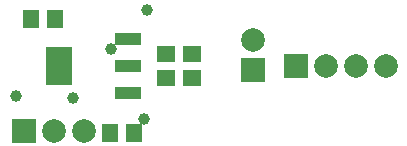
<source format=gbs>
%FSLAX25Y25*%
%MOIN*%
G70*
G01*
G75*
G04 Layer_Color=16711935*
%ADD10R,0.04134X0.05512*%
%ADD11O,0.02362X0.08661*%
%ADD12R,0.05315X0.06102*%
%ADD13O,0.00984X0.03740*%
%ADD14O,0.03740X0.00984*%
%ADD15R,0.20866X0.20866*%
%ADD16C,0.00787*%
%ADD17C,0.01181*%
%ADD18C,0.01575*%
%ADD19R,0.07874X0.07874*%
%ADD20C,0.07874*%
%ADD21R,0.07874X0.07874*%
%ADD22C,0.03937*%
%ADD23R,0.06102X0.05315*%
%ADD24R,0.09055X0.12598*%
%ADD25R,0.09055X0.03937*%
%ADD26C,0.03937*%
%ADD27C,0.00984*%
%ADD28C,0.01000*%
D12*
X114567Y141732D02*
D03*
X106693D02*
D03*
X140945Y103543D02*
D03*
X133071D02*
D03*
D19*
X180709Y124409D02*
D03*
D20*
Y134409D02*
D03*
X224882Y125984D02*
D03*
X214882D02*
D03*
X204882D02*
D03*
X114331Y104331D02*
D03*
X124331D02*
D03*
D21*
X194882Y125984D02*
D03*
X104331Y104331D02*
D03*
D22*
X101575Y115748D02*
D03*
X145276Y144685D02*
D03*
X144488Y108268D02*
D03*
X133465Y131496D02*
D03*
X120866Y115354D02*
D03*
D23*
X160236Y129921D02*
D03*
Y122047D02*
D03*
X151575D02*
D03*
Y129921D02*
D03*
D24*
X115945Y125984D02*
D03*
D25*
X139173Y116929D02*
D03*
Y125984D02*
D03*
Y135039D02*
D03*
M02*

</source>
